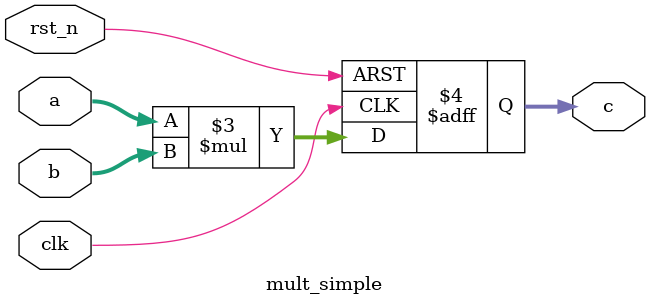
<source format=v>
`timescale 1ns/1ps

module mult_simple(
	input wire clk,
	input wire rst_n,
	input wire signed [3:0] a,
	input wire signed [3:0] b,
	output reg signed [7:0] c
	);

always @(posedge clk or negedge rst_n)
	begin
		if (rst_n == 1'b0) begin
			c <= 8'h00;
		end else begin
			c <= a * b;
		end
	end
endmodule

</source>
